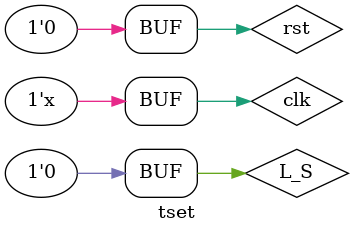
<source format=v>
`timescale 1ns / 1ps


module tset;

	// Inputs
	reg clk;
	reg rst;
	reg L_S;

	// Outputs
	wire [31:0] fruit_next;

	// Instantiate the Unit Under Test (UUT)
	FruitReg uut (
		.clk(clk), 
		.rst(rst), 
		.L_S(L_S), 
		.fruit_next(fruit_next)
	);

	initial begin
		// Initialize Inputs
		clk = 0;
		rst = 0;
		L_S = 0;

		// Wait 100 ns for global reset to finish
		#100;
        
		#100;
      rst = 1;
		#100
		rst = 0;
		L_S = 0;
		// Add stimulus here

	end
      always #10 clk = ~clk;	
endmodule


</source>
